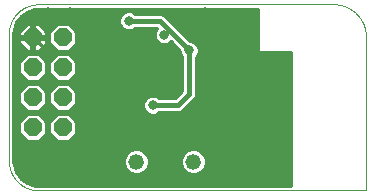
<source format=gbl>
G75*
%MOIN*%
%OFA0B0*%
%FSLAX25Y25*%
%IPPOS*%
%LPD*%
%AMOC8*
5,1,8,0,0,1.08239X$1,22.5*
%
%ADD10C,0.00000*%
%ADD11C,0.05200*%
%ADD12OC8,0.06000*%
%ADD13C,0.03181*%
%ADD14C,0.01600*%
%ADD15C,0.01000*%
D10*
X0011350Y0008680D02*
X0120500Y0008680D01*
X0120500Y0059915D01*
X0120497Y0060175D01*
X0120487Y0060435D01*
X0120472Y0060695D01*
X0120450Y0060954D01*
X0120422Y0061212D01*
X0120387Y0061470D01*
X0120346Y0061727D01*
X0120299Y0061983D01*
X0120246Y0062238D01*
X0120187Y0062491D01*
X0120122Y0062743D01*
X0120051Y0062993D01*
X0119973Y0063241D01*
X0119890Y0063488D01*
X0119801Y0063732D01*
X0119705Y0063974D01*
X0119604Y0064214D01*
X0119498Y0064451D01*
X0119385Y0064686D01*
X0119267Y0064917D01*
X0119143Y0065146D01*
X0119014Y0065372D01*
X0118880Y0065595D01*
X0118740Y0065814D01*
X0118595Y0066030D01*
X0118444Y0066242D01*
X0118289Y0066450D01*
X0118128Y0066655D01*
X0117963Y0066856D01*
X0117793Y0067053D01*
X0117618Y0067245D01*
X0117439Y0067434D01*
X0117255Y0067618D01*
X0117066Y0067797D01*
X0116874Y0067972D01*
X0116677Y0068142D01*
X0116476Y0068307D01*
X0116271Y0068468D01*
X0116063Y0068623D01*
X0115851Y0068774D01*
X0115635Y0068919D01*
X0115416Y0069059D01*
X0115193Y0069193D01*
X0114967Y0069322D01*
X0114738Y0069446D01*
X0114507Y0069564D01*
X0114272Y0069677D01*
X0114035Y0069783D01*
X0113795Y0069884D01*
X0113553Y0069980D01*
X0113309Y0070069D01*
X0113062Y0070152D01*
X0112814Y0070230D01*
X0112564Y0070301D01*
X0112312Y0070366D01*
X0112059Y0070425D01*
X0111804Y0070478D01*
X0111548Y0070525D01*
X0111291Y0070566D01*
X0111033Y0070601D01*
X0110775Y0070629D01*
X0110516Y0070651D01*
X0110256Y0070666D01*
X0109996Y0070676D01*
X0109736Y0070679D01*
X0109736Y0070680D02*
X0011312Y0070680D01*
X0011075Y0070677D01*
X0010838Y0070669D01*
X0010601Y0070654D01*
X0010365Y0070634D01*
X0010129Y0070608D01*
X0009894Y0070577D01*
X0009660Y0070540D01*
X0009427Y0070497D01*
X0009195Y0070449D01*
X0008964Y0070395D01*
X0008734Y0070335D01*
X0008506Y0070270D01*
X0008280Y0070200D01*
X0008055Y0070124D01*
X0007833Y0070042D01*
X0007612Y0069956D01*
X0007393Y0069864D01*
X0007177Y0069766D01*
X0006963Y0069664D01*
X0006752Y0069556D01*
X0006544Y0069443D01*
X0006338Y0069326D01*
X0006135Y0069203D01*
X0005935Y0069075D01*
X0005738Y0068943D01*
X0005545Y0068806D01*
X0005355Y0068664D01*
X0005168Y0068518D01*
X0004985Y0068367D01*
X0004805Y0068212D01*
X0004630Y0068053D01*
X0004458Y0067889D01*
X0004291Y0067722D01*
X0004127Y0067550D01*
X0003968Y0067375D01*
X0003813Y0067195D01*
X0003662Y0067012D01*
X0003516Y0066825D01*
X0003374Y0066635D01*
X0003237Y0066442D01*
X0003105Y0066245D01*
X0002977Y0066045D01*
X0002854Y0065842D01*
X0002737Y0065636D01*
X0002624Y0065428D01*
X0002516Y0065217D01*
X0002414Y0065003D01*
X0002316Y0064787D01*
X0002224Y0064568D01*
X0002138Y0064347D01*
X0002056Y0064125D01*
X0001980Y0063900D01*
X0001910Y0063674D01*
X0001845Y0063446D01*
X0001785Y0063216D01*
X0001731Y0062985D01*
X0001683Y0062753D01*
X0001640Y0062520D01*
X0001603Y0062286D01*
X0001572Y0062051D01*
X0001546Y0061815D01*
X0001526Y0061579D01*
X0001511Y0061342D01*
X0001503Y0061105D01*
X0001500Y0060868D01*
X0001500Y0018530D01*
X0001503Y0018292D01*
X0001512Y0018054D01*
X0001526Y0017817D01*
X0001546Y0017579D01*
X0001572Y0017343D01*
X0001603Y0017107D01*
X0001641Y0016872D01*
X0001684Y0016638D01*
X0001732Y0016405D01*
X0001786Y0016173D01*
X0001846Y0015942D01*
X0001911Y0015713D01*
X0001982Y0015486D01*
X0002058Y0015261D01*
X0002140Y0015037D01*
X0002227Y0014816D01*
X0002320Y0014596D01*
X0002417Y0014379D01*
X0002520Y0014165D01*
X0002628Y0013952D01*
X0002741Y0013743D01*
X0002860Y0013536D01*
X0002983Y0013333D01*
X0003111Y0013132D01*
X0003244Y0012935D01*
X0003381Y0012740D01*
X0003523Y0012549D01*
X0003670Y0012362D01*
X0003821Y0012178D01*
X0003977Y0011998D01*
X0004137Y0011822D01*
X0004301Y0011650D01*
X0004470Y0011481D01*
X0004642Y0011317D01*
X0004818Y0011157D01*
X0004998Y0011001D01*
X0005182Y0010850D01*
X0005369Y0010703D01*
X0005560Y0010561D01*
X0005755Y0010424D01*
X0005952Y0010291D01*
X0006153Y0010163D01*
X0006356Y0010040D01*
X0006563Y0009921D01*
X0006772Y0009808D01*
X0006985Y0009700D01*
X0007199Y0009597D01*
X0007416Y0009500D01*
X0007636Y0009407D01*
X0007857Y0009320D01*
X0008081Y0009238D01*
X0008306Y0009162D01*
X0008533Y0009091D01*
X0008762Y0009026D01*
X0008993Y0008966D01*
X0009225Y0008912D01*
X0009458Y0008864D01*
X0009692Y0008821D01*
X0009927Y0008783D01*
X0010163Y0008752D01*
X0010399Y0008726D01*
X0010637Y0008706D01*
X0010874Y0008692D01*
X0011112Y0008683D01*
X0011350Y0008680D01*
D11*
X0043931Y0018220D03*
X0062931Y0018220D03*
D12*
X0019500Y0029680D03*
X0009500Y0029680D03*
X0009500Y0039680D03*
X0019500Y0039680D03*
X0019500Y0049680D03*
X0009500Y0049680D03*
X0009500Y0059680D03*
X0019500Y0059680D03*
D13*
X0031500Y0056680D03*
X0042500Y0057680D03*
X0050300Y0051280D03*
X0054500Y0051280D03*
X0054300Y0047280D03*
X0050300Y0047280D03*
X0061631Y0055320D03*
X0065500Y0058680D03*
X0074500Y0064680D03*
X0067000Y0068180D03*
X0053231Y0060520D03*
X0041431Y0065220D03*
X0022000Y0068180D03*
X0014500Y0068180D03*
X0029500Y0038180D03*
X0037000Y0038180D03*
X0041500Y0036680D03*
X0049431Y0037020D03*
X0037000Y0030680D03*
X0029500Y0030680D03*
X0029500Y0023180D03*
X0022000Y0023180D03*
X0014500Y0023180D03*
X0007000Y0023180D03*
X0007000Y0015680D03*
X0014500Y0015680D03*
X0022000Y0015680D03*
X0029500Y0015680D03*
X0037000Y0015680D03*
X0037000Y0023180D03*
X0044300Y0023380D03*
X0052000Y0023180D03*
X0052000Y0015680D03*
X0067000Y0023180D03*
X0074500Y0023180D03*
X0082000Y0023180D03*
X0086100Y0024069D03*
X0086100Y0028006D03*
X0082000Y0030680D03*
X0086100Y0031943D03*
X0092600Y0029930D03*
X0086100Y0035880D03*
X0086100Y0039880D03*
X0086100Y0043880D03*
X0086100Y0047880D03*
X0086100Y0051880D03*
X0067000Y0038180D03*
X0074500Y0030680D03*
X0086100Y0020132D03*
X0086100Y0016195D03*
X0082000Y0015680D03*
X0086100Y0012258D03*
X0074500Y0015680D03*
D14*
X0087500Y0029680D02*
X0092350Y0029680D01*
X0092600Y0029930D01*
X0087500Y0029680D02*
X0086100Y0031080D01*
X0086100Y0035880D01*
X0061500Y0040680D02*
X0061500Y0055189D01*
X0061631Y0055320D01*
X0054885Y0062065D01*
X0053340Y0060520D01*
X0053231Y0060520D01*
X0054885Y0062065D02*
X0051731Y0065220D01*
X0041431Y0065220D01*
X0061500Y0040680D02*
X0057840Y0037020D01*
X0049431Y0037020D01*
D15*
X0051501Y0039320D02*
X0051181Y0039640D01*
X0050045Y0040110D01*
X0048816Y0040110D01*
X0047680Y0039640D01*
X0046811Y0038770D01*
X0046340Y0037635D01*
X0046340Y0036405D01*
X0046811Y0035269D01*
X0047680Y0034400D01*
X0048816Y0033929D01*
X0050045Y0033929D01*
X0051181Y0034400D01*
X0051501Y0034720D01*
X0058793Y0034720D01*
X0062453Y0038380D01*
X0063800Y0039727D01*
X0063800Y0053118D01*
X0064251Y0053569D01*
X0064721Y0054705D01*
X0064721Y0055935D01*
X0064251Y0057070D01*
X0063381Y0057940D01*
X0062245Y0058410D01*
X0061793Y0058410D01*
X0057185Y0063018D01*
X0055838Y0064365D01*
X0052683Y0067520D01*
X0043501Y0067520D01*
X0043181Y0067840D01*
X0042045Y0068310D01*
X0040816Y0068310D01*
X0039680Y0067840D01*
X0038811Y0066970D01*
X0038340Y0065835D01*
X0038340Y0064605D01*
X0038811Y0063469D01*
X0039680Y0062600D01*
X0040816Y0062129D01*
X0042045Y0062129D01*
X0043181Y0062600D01*
X0043501Y0062920D01*
X0050778Y0062920D01*
X0051019Y0062679D01*
X0050611Y0062270D01*
X0050140Y0061135D01*
X0050140Y0059905D01*
X0050611Y0058769D01*
X0051480Y0057900D01*
X0052616Y0057429D01*
X0053845Y0057429D01*
X0054981Y0057900D01*
X0055390Y0058308D01*
X0058540Y0055158D01*
X0058540Y0054705D01*
X0059011Y0053569D01*
X0059200Y0053380D01*
X0059200Y0041632D01*
X0056887Y0039320D01*
X0051501Y0039320D01*
X0051172Y0039644D02*
X0057212Y0039644D01*
X0058210Y0040642D02*
X0024000Y0040642D01*
X0024000Y0041544D02*
X0021364Y0044180D01*
X0017636Y0044180D01*
X0015000Y0041544D01*
X0015000Y0037816D01*
X0017636Y0035180D01*
X0021364Y0035180D01*
X0024000Y0037816D01*
X0024000Y0041544D01*
X0023903Y0041641D02*
X0059200Y0041641D01*
X0059200Y0042639D02*
X0022904Y0042639D01*
X0021906Y0043638D02*
X0059200Y0043638D01*
X0059200Y0044637D02*
X0003000Y0044637D01*
X0003000Y0045635D02*
X0007181Y0045635D01*
X0007636Y0045180D02*
X0011364Y0045180D01*
X0014000Y0047816D01*
X0014000Y0051544D01*
X0011364Y0054180D01*
X0007636Y0054180D01*
X0005000Y0051544D01*
X0005000Y0047816D01*
X0007636Y0045180D01*
X0007636Y0044180D02*
X0005000Y0041544D01*
X0005000Y0037816D01*
X0007636Y0035180D01*
X0011364Y0035180D01*
X0014000Y0037816D01*
X0014000Y0041544D01*
X0011364Y0044180D01*
X0007636Y0044180D01*
X0007094Y0043638D02*
X0003000Y0043638D01*
X0003000Y0042639D02*
X0006096Y0042639D01*
X0005097Y0041641D02*
X0003000Y0041641D01*
X0003000Y0040642D02*
X0005000Y0040642D01*
X0005000Y0039644D02*
X0003000Y0039644D01*
X0003000Y0038645D02*
X0005000Y0038645D01*
X0005169Y0037647D02*
X0003000Y0037647D01*
X0003000Y0036648D02*
X0006167Y0036648D01*
X0007166Y0035650D02*
X0003000Y0035650D01*
X0003000Y0034651D02*
X0047428Y0034651D01*
X0046653Y0035650D02*
X0021834Y0035650D01*
X0022833Y0036648D02*
X0046340Y0036648D01*
X0046345Y0037647D02*
X0023831Y0037647D01*
X0024000Y0038645D02*
X0046759Y0038645D01*
X0047690Y0039644D02*
X0024000Y0039644D01*
X0017166Y0035650D02*
X0011834Y0035650D01*
X0012833Y0036648D02*
X0016167Y0036648D01*
X0015169Y0037647D02*
X0013831Y0037647D01*
X0014000Y0038645D02*
X0015000Y0038645D01*
X0015000Y0039644D02*
X0014000Y0039644D01*
X0014000Y0040642D02*
X0015000Y0040642D01*
X0015097Y0041641D02*
X0013903Y0041641D01*
X0012904Y0042639D02*
X0016096Y0042639D01*
X0017094Y0043638D02*
X0011906Y0043638D01*
X0011819Y0045635D02*
X0017181Y0045635D01*
X0017636Y0045180D02*
X0021364Y0045180D01*
X0024000Y0047816D01*
X0024000Y0051544D01*
X0021364Y0054180D01*
X0017636Y0054180D01*
X0015000Y0051544D01*
X0015000Y0047816D01*
X0017636Y0045180D01*
X0016182Y0046634D02*
X0012818Y0046634D01*
X0013816Y0047632D02*
X0015184Y0047632D01*
X0015000Y0048631D02*
X0014000Y0048631D01*
X0014000Y0049629D02*
X0015000Y0049629D01*
X0015000Y0050628D02*
X0014000Y0050628D01*
X0013918Y0051626D02*
X0015082Y0051626D01*
X0016081Y0052625D02*
X0012919Y0052625D01*
X0011921Y0053623D02*
X0017079Y0053623D01*
X0017636Y0055180D02*
X0021364Y0055180D01*
X0024000Y0057816D01*
X0024000Y0061544D01*
X0021364Y0064180D01*
X0017636Y0064180D01*
X0015000Y0061544D01*
X0015000Y0057816D01*
X0017636Y0055180D01*
X0017196Y0055620D02*
X0011804Y0055620D01*
X0011364Y0055180D02*
X0010000Y0055180D01*
X0010000Y0059180D01*
X0010000Y0060180D01*
X0009000Y0060180D01*
X0009000Y0064180D01*
X0007636Y0064180D01*
X0005000Y0061544D01*
X0005000Y0060180D01*
X0009000Y0060180D01*
X0009000Y0059180D01*
X0005000Y0059180D01*
X0005000Y0057816D01*
X0007636Y0055180D01*
X0009000Y0055180D01*
X0009000Y0059180D01*
X0010000Y0059180D01*
X0014000Y0059180D01*
X0014000Y0057816D01*
X0011364Y0055180D01*
X0010000Y0055620D02*
X0009000Y0055620D01*
X0009000Y0056619D02*
X0010000Y0056619D01*
X0010000Y0057617D02*
X0009000Y0057617D01*
X0009000Y0058616D02*
X0010000Y0058616D01*
X0010000Y0059614D02*
X0015000Y0059614D01*
X0015000Y0060613D02*
X0014000Y0060613D01*
X0014000Y0060180D02*
X0014000Y0061544D01*
X0011364Y0064180D01*
X0010000Y0064180D01*
X0010000Y0060180D01*
X0014000Y0060180D01*
X0013932Y0061611D02*
X0015068Y0061611D01*
X0016066Y0062610D02*
X0012934Y0062610D01*
X0011935Y0063608D02*
X0017065Y0063608D01*
X0021935Y0063608D02*
X0038753Y0063608D01*
X0038340Y0064607D02*
X0003895Y0064607D01*
X0003906Y0064641D02*
X0005434Y0066745D01*
X0007538Y0068274D01*
X0010011Y0069077D01*
X0011312Y0069180D01*
X0084500Y0069180D01*
X0084500Y0054680D01*
X0095500Y0054680D01*
X0095500Y0010180D01*
X0011350Y0010180D01*
X0010044Y0010282D01*
X0007559Y0011090D01*
X0005446Y0012625D01*
X0003910Y0014739D01*
X0003103Y0017223D01*
X0003000Y0018530D01*
X0003000Y0060868D01*
X0003102Y0062168D01*
X0003906Y0064641D01*
X0003570Y0063608D02*
X0007065Y0063608D01*
X0006066Y0062610D02*
X0003246Y0062610D01*
X0003058Y0061611D02*
X0005068Y0061611D01*
X0005000Y0060613D02*
X0003000Y0060613D01*
X0003000Y0059614D02*
X0009000Y0059614D01*
X0009500Y0059680D02*
X0014500Y0054680D01*
X0029500Y0054680D01*
X0031500Y0056680D01*
X0024000Y0058616D02*
X0050764Y0058616D01*
X0052162Y0057617D02*
X0023801Y0057617D01*
X0022803Y0056619D02*
X0057079Y0056619D01*
X0056081Y0057617D02*
X0054299Y0057617D01*
X0058078Y0055620D02*
X0021804Y0055620D01*
X0021921Y0053623D02*
X0058988Y0053623D01*
X0059200Y0052625D02*
X0022919Y0052625D01*
X0023918Y0051626D02*
X0059200Y0051626D01*
X0059200Y0050628D02*
X0024000Y0050628D01*
X0024000Y0049629D02*
X0059200Y0049629D01*
X0059200Y0048631D02*
X0024000Y0048631D01*
X0023816Y0047632D02*
X0059200Y0047632D01*
X0059200Y0046634D02*
X0022818Y0046634D01*
X0021819Y0045635D02*
X0059200Y0045635D01*
X0063800Y0045635D02*
X0095500Y0045635D01*
X0095500Y0044637D02*
X0063800Y0044637D01*
X0063800Y0043638D02*
X0095500Y0043638D01*
X0095500Y0042639D02*
X0063800Y0042639D01*
X0063800Y0041641D02*
X0095500Y0041641D01*
X0095500Y0040642D02*
X0063800Y0040642D01*
X0063717Y0039644D02*
X0095500Y0039644D01*
X0095500Y0038645D02*
X0062718Y0038645D01*
X0061720Y0037647D02*
X0095500Y0037647D01*
X0095500Y0036648D02*
X0060721Y0036648D01*
X0059723Y0035650D02*
X0095500Y0035650D01*
X0095500Y0034651D02*
X0051433Y0034651D01*
X0046253Y0021696D02*
X0044746Y0022320D01*
X0043115Y0022320D01*
X0041608Y0021696D01*
X0040455Y0020542D01*
X0039831Y0019035D01*
X0039831Y0017404D01*
X0040455Y0015897D01*
X0041608Y0014744D01*
X0043115Y0014120D01*
X0044746Y0014120D01*
X0046253Y0014744D01*
X0047407Y0015897D01*
X0048031Y0017404D01*
X0048031Y0019035D01*
X0047407Y0020542D01*
X0046253Y0021696D01*
X0046278Y0021671D02*
X0060583Y0021671D01*
X0060608Y0021696D02*
X0059455Y0020542D01*
X0058831Y0019035D01*
X0058831Y0017404D01*
X0059455Y0015897D01*
X0060608Y0014744D01*
X0062115Y0014120D01*
X0063746Y0014120D01*
X0065253Y0014744D01*
X0066407Y0015897D01*
X0067031Y0017404D01*
X0067031Y0019035D01*
X0066407Y0020542D01*
X0065253Y0021696D01*
X0063746Y0022320D01*
X0062115Y0022320D01*
X0060608Y0021696D01*
X0059585Y0020672D02*
X0047277Y0020672D01*
X0047766Y0019674D02*
X0059095Y0019674D01*
X0058831Y0018675D02*
X0048031Y0018675D01*
X0048031Y0017677D02*
X0058831Y0017677D01*
X0059131Y0016678D02*
X0047730Y0016678D01*
X0047189Y0015680D02*
X0059673Y0015680D01*
X0060760Y0014681D02*
X0046101Y0014681D01*
X0041760Y0014681D02*
X0003952Y0014681D01*
X0003604Y0015680D02*
X0040673Y0015680D01*
X0040131Y0016678D02*
X0003280Y0016678D01*
X0003067Y0017677D02*
X0039831Y0017677D01*
X0039831Y0018675D02*
X0003000Y0018675D01*
X0003000Y0019674D02*
X0040095Y0019674D01*
X0040585Y0020672D02*
X0003000Y0020672D01*
X0003000Y0021671D02*
X0041583Y0021671D01*
X0024000Y0027816D02*
X0021364Y0025180D01*
X0017636Y0025180D01*
X0015000Y0027816D01*
X0015000Y0031544D01*
X0017636Y0034180D01*
X0021364Y0034180D01*
X0024000Y0031544D01*
X0024000Y0027816D01*
X0023846Y0027662D02*
X0095500Y0027662D01*
X0095500Y0028660D02*
X0024000Y0028660D01*
X0024000Y0029659D02*
X0095500Y0029659D01*
X0095500Y0030657D02*
X0024000Y0030657D01*
X0023888Y0031656D02*
X0095500Y0031656D01*
X0095500Y0032654D02*
X0022889Y0032654D01*
X0021891Y0033653D02*
X0095500Y0033653D01*
X0095500Y0026663D02*
X0022848Y0026663D01*
X0021849Y0025665D02*
X0095500Y0025665D01*
X0095500Y0024666D02*
X0003000Y0024666D01*
X0003000Y0023668D02*
X0095500Y0023668D01*
X0095500Y0022669D02*
X0003000Y0022669D01*
X0003000Y0025665D02*
X0007151Y0025665D01*
X0007636Y0025180D02*
X0011364Y0025180D01*
X0014000Y0027816D01*
X0014000Y0031544D01*
X0011364Y0034180D01*
X0007636Y0034180D01*
X0005000Y0031544D01*
X0005000Y0027816D01*
X0007636Y0025180D01*
X0006152Y0026663D02*
X0003000Y0026663D01*
X0003000Y0027662D02*
X0005154Y0027662D01*
X0005000Y0028660D02*
X0003000Y0028660D01*
X0003000Y0029659D02*
X0005000Y0029659D01*
X0005000Y0030657D02*
X0003000Y0030657D01*
X0003000Y0031656D02*
X0005112Y0031656D01*
X0006111Y0032654D02*
X0003000Y0032654D01*
X0003000Y0033653D02*
X0007109Y0033653D01*
X0011891Y0033653D02*
X0017109Y0033653D01*
X0016111Y0032654D02*
X0012889Y0032654D01*
X0013888Y0031656D02*
X0015112Y0031656D01*
X0015000Y0030657D02*
X0014000Y0030657D01*
X0014000Y0029659D02*
X0015000Y0029659D01*
X0015000Y0028660D02*
X0014000Y0028660D01*
X0013846Y0027662D02*
X0015154Y0027662D01*
X0016152Y0026663D02*
X0012848Y0026663D01*
X0011849Y0025665D02*
X0017151Y0025665D01*
X0004677Y0013683D02*
X0095500Y0013683D01*
X0095500Y0012684D02*
X0005403Y0012684D01*
X0006739Y0011686D02*
X0095500Y0011686D01*
X0095500Y0010687D02*
X0008798Y0010687D01*
X0065101Y0014681D02*
X0095500Y0014681D01*
X0095500Y0015680D02*
X0066189Y0015680D01*
X0066730Y0016678D02*
X0095500Y0016678D01*
X0095500Y0017677D02*
X0067031Y0017677D01*
X0067031Y0018675D02*
X0095500Y0018675D01*
X0095500Y0019674D02*
X0066766Y0019674D01*
X0066277Y0020672D02*
X0095500Y0020672D01*
X0095500Y0021671D02*
X0065278Y0021671D01*
X0063800Y0046634D02*
X0095500Y0046634D01*
X0095500Y0047632D02*
X0063800Y0047632D01*
X0063800Y0048631D02*
X0095500Y0048631D01*
X0095500Y0049629D02*
X0063800Y0049629D01*
X0063800Y0050628D02*
X0095500Y0050628D01*
X0095500Y0051626D02*
X0063800Y0051626D01*
X0063800Y0052625D02*
X0095500Y0052625D01*
X0095500Y0053623D02*
X0064273Y0053623D01*
X0064687Y0054622D02*
X0095500Y0054622D01*
X0086100Y0051880D02*
X0078300Y0051880D01*
X0076500Y0053680D01*
X0076500Y0062680D01*
X0074500Y0064680D01*
X0084500Y0064607D02*
X0055596Y0064607D01*
X0056595Y0063608D02*
X0084500Y0063608D01*
X0084500Y0062610D02*
X0057594Y0062610D01*
X0058592Y0061611D02*
X0084500Y0061611D01*
X0084500Y0060613D02*
X0059591Y0060613D01*
X0060589Y0059614D02*
X0084500Y0059614D01*
X0084500Y0058616D02*
X0061588Y0058616D01*
X0063704Y0057617D02*
X0084500Y0057617D01*
X0084500Y0056619D02*
X0064438Y0056619D01*
X0064721Y0055620D02*
X0084500Y0055620D01*
X0084500Y0065605D02*
X0054598Y0065605D01*
X0053599Y0066604D02*
X0084500Y0066604D01*
X0084500Y0067602D02*
X0043419Y0067602D01*
X0039442Y0067602D02*
X0006614Y0067602D01*
X0005332Y0066604D02*
X0038659Y0066604D01*
X0038340Y0065605D02*
X0004606Y0065605D01*
X0009000Y0063608D02*
X0010000Y0063608D01*
X0010000Y0062610D02*
X0009000Y0062610D01*
X0009000Y0061611D02*
X0010000Y0061611D01*
X0010000Y0060613D02*
X0009000Y0060613D01*
X0005000Y0058616D02*
X0003000Y0058616D01*
X0003000Y0057617D02*
X0005199Y0057617D01*
X0006197Y0056619D02*
X0003000Y0056619D01*
X0003000Y0055620D02*
X0007196Y0055620D01*
X0007079Y0053623D02*
X0003000Y0053623D01*
X0003000Y0052625D02*
X0006081Y0052625D01*
X0005082Y0051626D02*
X0003000Y0051626D01*
X0003000Y0050628D02*
X0005000Y0050628D01*
X0005000Y0049629D02*
X0003000Y0049629D01*
X0003000Y0048631D02*
X0005000Y0048631D01*
X0005184Y0047632D02*
X0003000Y0047632D01*
X0003000Y0046634D02*
X0006182Y0046634D01*
X0003000Y0054622D02*
X0058575Y0054622D01*
X0050261Y0059614D02*
X0024000Y0059614D01*
X0024000Y0060613D02*
X0050140Y0060613D01*
X0050338Y0061611D02*
X0023932Y0061611D01*
X0022934Y0062610D02*
X0039670Y0062610D01*
X0043191Y0062610D02*
X0050950Y0062610D01*
X0084500Y0068601D02*
X0008545Y0068601D01*
X0014000Y0058616D02*
X0015000Y0058616D01*
X0015199Y0057617D02*
X0013801Y0057617D01*
X0012803Y0056619D02*
X0016197Y0056619D01*
M02*

</source>
